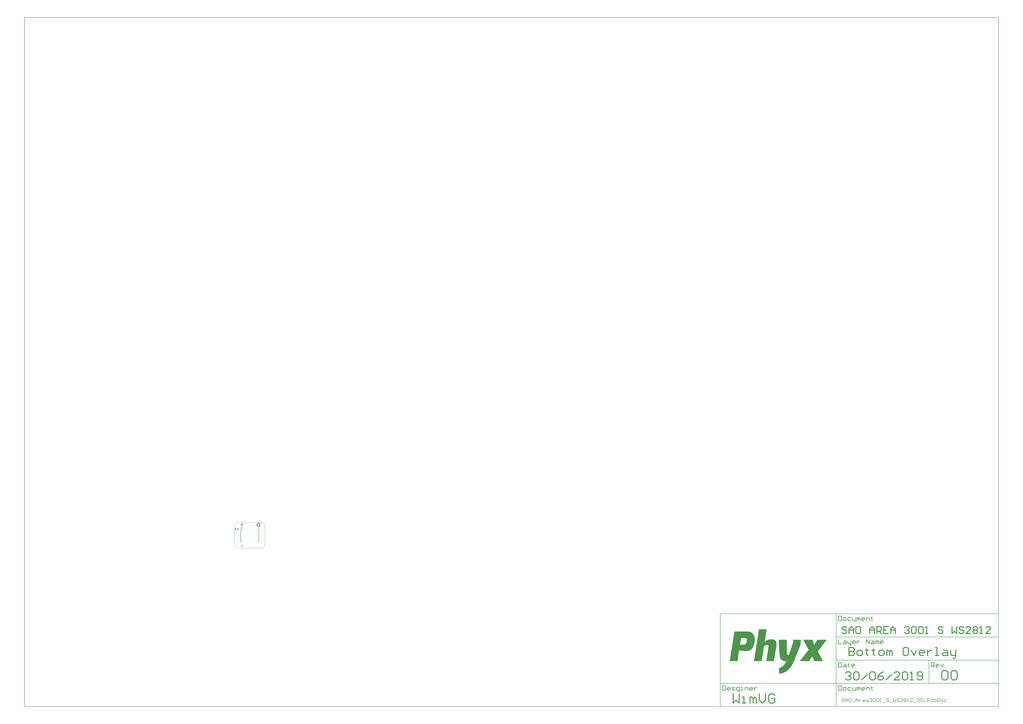
<source format=gbo>
G04*
G04 #@! TF.GenerationSoftware,Altium Limited,Altium Designer,18.1.11 (251)*
G04*
G04 Layer_Color=32896*
%FSLAX25Y25*%
%MOIN*%
G70*
G01*
G75*
%ADD11C,0.00591*%
%ADD12C,0.01575*%
%ADD15C,0.00394*%
%ADD16C,0.00787*%
%ADD17C,0.00984*%
%ADD30C,0.00600*%
G36*
X12886Y40525D02*
X14366D01*
Y39482D01*
X12886D01*
Y38030D01*
X11783D01*
Y39482D01*
X10298D01*
Y40525D01*
X11783D01*
Y41978D01*
X12886D01*
Y40525D01*
D02*
G37*
G36*
X43304Y36519D02*
X40585D01*
X40404Y36525D01*
X40230Y36536D01*
X40060Y36552D01*
X39902Y36579D01*
X39749Y36606D01*
X39607Y36639D01*
X39476Y36672D01*
X39356Y36705D01*
X39247Y36737D01*
X39149Y36776D01*
X39061Y36803D01*
X38990Y36830D01*
X38936Y36858D01*
X38892Y36874D01*
X38870Y36885D01*
X38859Y36890D01*
X38723Y36961D01*
X38592Y37043D01*
X38472Y37125D01*
X38362Y37212D01*
X38259Y37294D01*
X38160Y37382D01*
X38073Y37469D01*
X37997Y37551D01*
X37926Y37628D01*
X37866Y37704D01*
X37816Y37764D01*
X37773Y37824D01*
X37740Y37868D01*
X37718Y37906D01*
X37702Y37928D01*
X37696Y37933D01*
X37625Y38064D01*
X37560Y38195D01*
X37505Y38332D01*
X37456Y38468D01*
X37418Y38599D01*
X37385Y38730D01*
X37352Y38856D01*
X37330Y38976D01*
X37314Y39091D01*
X37303Y39189D01*
X37292Y39282D01*
X37287Y39358D01*
X37281Y39424D01*
Y39473D01*
Y39500D01*
Y39511D01*
X37287Y39675D01*
X37298Y39833D01*
X37320Y39986D01*
X37347Y40134D01*
X37380Y40270D01*
X37412Y40401D01*
X37451Y40521D01*
X37489Y40630D01*
X37527Y40729D01*
X37565Y40816D01*
X37598Y40892D01*
X37631Y40958D01*
X37658Y41013D01*
X37680Y41045D01*
X37691Y41073D01*
X37696Y41078D01*
X37778Y41204D01*
X37866Y41318D01*
X37958Y41428D01*
X38051Y41526D01*
X38149Y41624D01*
X38248Y41706D01*
X38341Y41788D01*
X38433Y41859D01*
X38521Y41919D01*
X38603Y41974D01*
X38674Y42017D01*
X38734Y42055D01*
X38788Y42088D01*
X38827Y42110D01*
X38848Y42121D01*
X38859Y42127D01*
X39001Y42192D01*
X39149Y42252D01*
X39296Y42301D01*
X39443Y42345D01*
X39591Y42383D01*
X39733Y42410D01*
X39869Y42438D01*
X40000Y42454D01*
X40126Y42470D01*
X40235Y42481D01*
X40334Y42492D01*
X40421Y42498D01*
X40492Y42503D01*
X43304D01*
Y36519D01*
D02*
G37*
G36*
X4702Y33835D02*
X4815Y33827D01*
X4920Y33813D01*
X5022Y33798D01*
X5120Y33776D01*
X5211Y33755D01*
X5295Y33729D01*
X5375Y33707D01*
X5448Y33682D01*
X5510Y33656D01*
X5565Y33634D01*
X5612Y33613D01*
X5648Y33598D01*
X5677Y33584D01*
X5692Y33576D01*
X5699Y33573D01*
X5790Y33522D01*
X5874Y33467D01*
X5954Y33409D01*
X6027Y33347D01*
X6096Y33285D01*
X6162Y33223D01*
X6220Y33165D01*
X6271Y33107D01*
X6318Y33052D01*
X6358Y33001D01*
X6394Y32954D01*
X6424Y32914D01*
X6445Y32885D01*
X6460Y32859D01*
X6471Y32844D01*
X6475Y32837D01*
X6526Y32750D01*
X6566Y32655D01*
X6606Y32564D01*
X6635Y32473D01*
X6664Y32382D01*
X6686Y32295D01*
X6704Y32211D01*
X6718Y32131D01*
X6733Y32058D01*
X6740Y31989D01*
X6747Y31931D01*
X6751Y31876D01*
Y31836D01*
X6755Y31804D01*
Y31785D01*
Y31778D01*
X6751Y31669D01*
X6744Y31563D01*
X6729Y31458D01*
X6711Y31359D01*
X6689Y31268D01*
X6667Y31181D01*
X6642Y31097D01*
X6613Y31021D01*
X6587Y30955D01*
X6562Y30893D01*
X6540Y30839D01*
X6518Y30795D01*
X6500Y30759D01*
X6485Y30733D01*
X6478Y30719D01*
X6475Y30711D01*
X6420Y30628D01*
X6358Y30544D01*
X6296Y30471D01*
X6234Y30398D01*
X6169Y30333D01*
X6103Y30275D01*
X6041Y30220D01*
X5979Y30169D01*
X5921Y30125D01*
X5870Y30089D01*
X5823Y30056D01*
X5779Y30027D01*
X5746Y30009D01*
X5721Y29991D01*
X5706Y29983D01*
X5699Y29980D01*
X5605Y29932D01*
X5510Y29893D01*
X5415Y29860D01*
X5317Y29827D01*
X5222Y29801D01*
X5131Y29783D01*
X5044Y29765D01*
X4960Y29750D01*
X4884Y29740D01*
X4815Y29732D01*
X4753Y29725D01*
X4698Y29721D01*
X4654D01*
X4622Y29718D01*
X4596D01*
X4502Y29721D01*
X4407Y29725D01*
X4316Y29736D01*
X4229Y29747D01*
X4149Y29758D01*
X4069Y29776D01*
X3999Y29791D01*
X3930Y29809D01*
X3872Y29823D01*
X3817Y29842D01*
X3770Y29856D01*
X3730Y29867D01*
X3701Y29882D01*
X3675Y29889D01*
X3661Y29893D01*
X3657Y29896D01*
X3581Y29932D01*
X3504Y29973D01*
X3435Y30013D01*
X3370Y30056D01*
X3304Y30100D01*
X3246Y30144D01*
X3191Y30187D01*
X3144Y30227D01*
X3100Y30267D01*
X3060Y30304D01*
X3027Y30337D01*
X2998Y30366D01*
X2977Y30391D01*
X2962Y30409D01*
X2951Y30420D01*
X2947Y30424D01*
X3541Y30974D01*
X3617Y30890D01*
X3701Y30817D01*
X3785Y30755D01*
X3868Y30701D01*
X3952Y30653D01*
X4036Y30617D01*
X4116Y30584D01*
X4196Y30559D01*
X4269Y30540D01*
X4334Y30526D01*
X4392Y30515D01*
X4443Y30508D01*
X4487Y30504D01*
X4520Y30500D01*
X4545D01*
X4614Y30504D01*
X4680Y30508D01*
X4804Y30526D01*
X4862Y30537D01*
X4917Y30551D01*
X4968Y30566D01*
X5015Y30580D01*
X5059Y30595D01*
X5095Y30610D01*
X5128Y30624D01*
X5157Y30635D01*
X5179Y30646D01*
X5193Y30653D01*
X5204Y30661D01*
X5208D01*
X5310Y30726D01*
X5401Y30803D01*
X5477Y30875D01*
X5543Y30948D01*
X5594Y31014D01*
X5612Y31043D01*
X5630Y31068D01*
X5641Y31086D01*
X5652Y31105D01*
X5655Y31112D01*
X5659Y31115D01*
X5688Y31170D01*
X5714Y31228D01*
X5754Y31341D01*
X5783Y31454D01*
X5801Y31556D01*
X5808Y31603D01*
X5816Y31647D01*
X5819Y31683D01*
Y31716D01*
X5823Y31742D01*
Y31760D01*
Y31774D01*
Y31778D01*
X5819Y31847D01*
X5816Y31913D01*
X5798Y32037D01*
X5787Y32095D01*
X5772Y32149D01*
X5757Y32200D01*
X5739Y32244D01*
X5725Y32288D01*
X5710Y32324D01*
X5696Y32357D01*
X5685Y32386D01*
X5674Y32408D01*
X5666Y32422D01*
X5659Y32433D01*
Y32437D01*
X5594Y32539D01*
X5521Y32630D01*
X5444Y32706D01*
X5372Y32772D01*
X5306Y32823D01*
X5281Y32841D01*
X5255Y32859D01*
X5237Y32870D01*
X5219Y32881D01*
X5211Y32888D01*
X5208D01*
X5153Y32917D01*
X5095Y32943D01*
X4982Y32983D01*
X4869Y33012D01*
X4767Y33030D01*
X4720Y33037D01*
X4676Y33045D01*
X4640Y33048D01*
X4607D01*
X4582Y33052D01*
X4545D01*
X4436Y33048D01*
X4331Y33034D01*
X4229Y33008D01*
X4134Y32979D01*
X4047Y32943D01*
X3963Y32906D01*
X3887Y32863D01*
X3817Y32819D01*
X3755Y32775D01*
X3701Y32735D01*
X3653Y32695D01*
X3613Y32659D01*
X3581Y32630D01*
X3559Y32608D01*
X3544Y32590D01*
X3541Y32586D01*
X2947Y33132D01*
X3002Y33194D01*
X3060Y33252D01*
X3118Y33307D01*
X3180Y33358D01*
X3239Y33405D01*
X3297Y33449D01*
X3355Y33489D01*
X3410Y33522D01*
X3461Y33554D01*
X3504Y33580D01*
X3548Y33605D01*
X3584Y33623D01*
X3613Y33638D01*
X3635Y33649D01*
X3650Y33653D01*
X3653Y33656D01*
X3734Y33689D01*
X3814Y33718D01*
X3894Y33740D01*
X3977Y33762D01*
X4134Y33795D01*
X4207Y33806D01*
X4280Y33816D01*
X4345Y33824D01*
X4403Y33827D01*
X4458Y33835D01*
X4502D01*
X4538Y33838D01*
X4589D01*
X4702Y33835D01*
D02*
G37*
G36*
X2762Y33030D02*
X1961D01*
Y29783D01*
X1040D01*
Y33773D01*
X2762D01*
Y33030D01*
D02*
G37*
G36*
X13345Y2883D02*
X10926D01*
Y3953D01*
X13345D01*
Y2883D01*
D02*
G37*
G36*
X1005337Y-155808D02*
X1005050D01*
Y-156094D01*
X1004764D01*
Y-156380D01*
Y-156667D01*
X1004478D01*
Y-156953D01*
X1004192D01*
Y-157239D01*
X1003905D01*
Y-157526D01*
Y-157812D01*
X1003619D01*
Y-158098D01*
X1003333D01*
Y-158385D01*
X1003046D01*
Y-158671D01*
X1002760D01*
Y-158957D01*
Y-159244D01*
X1002474D01*
Y-159530D01*
X1002187D01*
Y-159816D01*
X1001901D01*
Y-160102D01*
Y-160389D01*
X1001615D01*
Y-160675D01*
X1001328D01*
Y-160961D01*
X1001042D01*
Y-161248D01*
X1000756D01*
Y-161534D01*
Y-161820D01*
X1000469D01*
Y-162107D01*
X1000183D01*
Y-162393D01*
X999897D01*
Y-162679D01*
Y-162966D01*
X999611D01*
Y-163252D01*
X999324D01*
Y-163538D01*
X999038D01*
Y-163824D01*
Y-164111D01*
X998752D01*
Y-164397D01*
X998465D01*
Y-164683D01*
X998179D01*
Y-164970D01*
X997893D01*
Y-165256D01*
Y-165542D01*
X997606D01*
Y-165829D01*
X997320D01*
Y-166115D01*
X997034D01*
Y-166401D01*
Y-166688D01*
X996747D01*
Y-166974D01*
X996461D01*
Y-167260D01*
X996175D01*
Y-167547D01*
Y-167833D01*
X995889D01*
Y-168119D01*
X995602D01*
Y-168405D01*
X995316D01*
Y-168692D01*
X995030D01*
Y-168978D01*
Y-169264D01*
X994743D01*
Y-169551D01*
X994457D01*
Y-169837D01*
X994171D01*
Y-170123D01*
Y-170410D01*
X993884D01*
Y-170696D01*
X993598D01*
Y-170982D01*
X993312D01*
Y-171269D01*
Y-171555D01*
X993025D01*
Y-171841D01*
X992739D01*
Y-172127D01*
X992453D01*
Y-172414D01*
X992166D01*
Y-172700D01*
Y-172986D01*
X991880D01*
Y-173273D01*
X991594D01*
Y-173559D01*
X991308D01*
Y-173845D01*
Y-174132D01*
X991021D01*
Y-174418D01*
X990735D01*
Y-174704D01*
X990449D01*
Y-174991D01*
X990162D01*
Y-175277D01*
Y-175563D01*
X990449D01*
Y-175850D01*
Y-176136D01*
X990735D01*
Y-176422D01*
Y-176709D01*
X991021D01*
Y-176995D01*
X991308D01*
Y-177281D01*
Y-177568D01*
X991594D01*
Y-177854D01*
Y-178140D01*
X991880D01*
Y-178426D01*
Y-178713D01*
X992166D01*
Y-178999D01*
Y-179285D01*
X992453D01*
Y-179572D01*
Y-179858D01*
X992739D01*
Y-180144D01*
Y-180431D01*
X993025D01*
Y-180717D01*
Y-181003D01*
X993312D01*
Y-181290D01*
Y-181576D01*
X993598D01*
Y-181862D01*
X993884D01*
Y-182149D01*
Y-182435D01*
X994171D01*
Y-182721D01*
Y-183007D01*
X994457D01*
Y-183294D01*
Y-183580D01*
X994743D01*
Y-183866D01*
Y-184153D01*
X995030D01*
Y-184439D01*
Y-184725D01*
X995316D01*
Y-185012D01*
Y-185298D01*
X995602D01*
Y-185584D01*
Y-185871D01*
X995889D01*
Y-186157D01*
X996175D01*
Y-186443D01*
Y-186730D01*
X996461D01*
Y-187016D01*
Y-187302D01*
X996747D01*
Y-187588D01*
Y-187875D01*
X997034D01*
Y-188161D01*
Y-188447D01*
X997320D01*
Y-188734D01*
Y-189020D01*
X997606D01*
Y-189306D01*
Y-189593D01*
X997893D01*
Y-189879D01*
Y-190165D01*
X998179D01*
Y-190452D01*
X998465D01*
Y-190738D01*
Y-191024D01*
X998752D01*
Y-191311D01*
Y-191597D01*
X999038D01*
Y-191883D01*
X983863D01*
Y-191597D01*
X983577D01*
Y-191311D01*
Y-191024D01*
Y-190738D01*
X983291D01*
Y-190452D01*
Y-190165D01*
Y-189879D01*
X983004D01*
Y-189593D01*
Y-189306D01*
X982718D01*
Y-189020D01*
Y-188734D01*
Y-188447D01*
X982432D01*
Y-188161D01*
Y-187875D01*
Y-187588D01*
X982146D01*
Y-187302D01*
Y-187016D01*
X981859D01*
Y-186730D01*
Y-186443D01*
Y-186157D01*
X981573D01*
Y-185871D01*
Y-185584D01*
Y-185298D01*
X981287D01*
Y-185012D01*
Y-184725D01*
Y-184439D01*
X981000D01*
Y-184153D01*
X980428D01*
Y-184439D01*
Y-184725D01*
X980141D01*
Y-185012D01*
X979855D01*
Y-185298D01*
Y-185584D01*
X979569D01*
Y-185871D01*
X979282D01*
Y-186157D01*
Y-186443D01*
X978996D01*
Y-186730D01*
X978710D01*
Y-187016D01*
Y-187302D01*
X978423D01*
Y-187588D01*
X978137D01*
Y-187875D01*
X977851D01*
Y-188161D01*
Y-188447D01*
X977565D01*
Y-188734D01*
X977278D01*
Y-189020D01*
Y-189306D01*
X976992D01*
Y-189593D01*
X976705D01*
Y-189879D01*
Y-190165D01*
X976419D01*
Y-190452D01*
X976133D01*
Y-190738D01*
Y-191024D01*
X975847D01*
Y-191311D01*
X975560D01*
Y-191597D01*
Y-191883D01*
X959527D01*
Y-191597D01*
X959813D01*
Y-191311D01*
X960099D01*
Y-191024D01*
X960386D01*
Y-190738D01*
X960672D01*
Y-190452D01*
Y-190165D01*
X960958D01*
Y-189879D01*
X961245D01*
Y-189593D01*
X961531D01*
Y-189306D01*
X961817D01*
Y-189020D01*
Y-188734D01*
X962104D01*
Y-188447D01*
X962390D01*
Y-188161D01*
X962676D01*
Y-187875D01*
Y-187588D01*
X962963D01*
Y-187302D01*
X963249D01*
Y-187016D01*
X963535D01*
Y-186730D01*
X963822D01*
Y-186443D01*
Y-186157D01*
X964108D01*
Y-185871D01*
X964394D01*
Y-185584D01*
X964680D01*
Y-185298D01*
X964967D01*
Y-185012D01*
Y-184725D01*
X965253D01*
Y-184439D01*
X965539D01*
Y-184153D01*
X965826D01*
Y-183866D01*
Y-183580D01*
X966112D01*
Y-183294D01*
X966398D01*
Y-183007D01*
X966685D01*
Y-182721D01*
X966971D01*
Y-182435D01*
Y-182149D01*
X967257D01*
Y-181862D01*
X967544D01*
Y-181576D01*
X967830D01*
Y-181290D01*
Y-181003D01*
X968116D01*
Y-180717D01*
X968402D01*
Y-180431D01*
X968689D01*
Y-180144D01*
X968975D01*
Y-179858D01*
Y-179572D01*
X969261D01*
Y-179285D01*
X969548D01*
Y-178999D01*
X969834D01*
Y-178713D01*
Y-178426D01*
X970120D01*
Y-178140D01*
X970407D01*
Y-177854D01*
X970693D01*
Y-177568D01*
X970979D01*
Y-177281D01*
Y-176995D01*
X971266D01*
Y-176709D01*
X971552D01*
Y-176422D01*
X971838D01*
Y-176136D01*
X972124D01*
Y-175850D01*
Y-175563D01*
X972411D01*
Y-175277D01*
X972697D01*
Y-174991D01*
X972983D01*
Y-174704D01*
Y-174418D01*
X973270D01*
Y-174132D01*
X973556D01*
Y-173845D01*
X973842D01*
Y-173559D01*
X974129D01*
Y-173273D01*
Y-172986D01*
X974415D01*
Y-172700D01*
Y-172414D01*
Y-172127D01*
X974129D01*
Y-171841D01*
X973842D01*
Y-171555D01*
Y-171269D01*
X973556D01*
Y-170982D01*
Y-170696D01*
X973270D01*
Y-170410D01*
Y-170123D01*
X972983D01*
Y-169837D01*
Y-169551D01*
X972697D01*
Y-169264D01*
Y-168978D01*
X972411D01*
Y-168692D01*
Y-168405D01*
X972124D01*
Y-168119D01*
X971838D01*
Y-167833D01*
Y-167547D01*
X971552D01*
Y-167260D01*
Y-166974D01*
X971266D01*
Y-166688D01*
Y-166401D01*
X970979D01*
Y-166115D01*
Y-165829D01*
X970693D01*
Y-165542D01*
Y-165256D01*
X970407D01*
Y-164970D01*
Y-164683D01*
X970120D01*
Y-164397D01*
X969834D01*
Y-164111D01*
Y-163824D01*
X969548D01*
Y-163538D01*
Y-163252D01*
X969261D01*
Y-162966D01*
Y-162679D01*
X968975D01*
Y-162393D01*
Y-162107D01*
X968689D01*
Y-161820D01*
Y-161534D01*
X968402D01*
Y-161248D01*
Y-160961D01*
X968116D01*
Y-160675D01*
Y-160389D01*
X967830D01*
Y-160102D01*
X967544D01*
Y-159816D01*
Y-159530D01*
X967257D01*
Y-159244D01*
Y-158957D01*
X966971D01*
Y-158671D01*
Y-158385D01*
X966685D01*
Y-158098D01*
Y-157812D01*
X966398D01*
Y-157526D01*
Y-157239D01*
X966112D01*
Y-156953D01*
Y-156667D01*
X965826D01*
Y-156380D01*
X965539D01*
Y-156094D01*
Y-155808D01*
X965253D01*
Y-155521D01*
X981000D01*
Y-155808D01*
X981287D01*
Y-156094D01*
Y-156380D01*
Y-156667D01*
X981573D01*
Y-156953D01*
Y-157239D01*
Y-157526D01*
X981859D01*
Y-157812D01*
Y-158098D01*
Y-158385D01*
X982146D01*
Y-158671D01*
Y-158957D01*
Y-159244D01*
X982432D01*
Y-159530D01*
Y-159816D01*
Y-160102D01*
X982718D01*
Y-160389D01*
Y-160675D01*
Y-160961D01*
X983004D01*
Y-161248D01*
Y-161534D01*
Y-161820D01*
X983291D01*
Y-162107D01*
Y-162393D01*
Y-162679D01*
X983577D01*
Y-162966D01*
Y-163252D01*
Y-163538D01*
Y-163824D01*
X984150D01*
Y-163538D01*
X984436D01*
Y-163252D01*
X984722D01*
Y-162966D01*
Y-162679D01*
X985009D01*
Y-162393D01*
X985295D01*
Y-162107D01*
Y-161820D01*
X985581D01*
Y-161534D01*
X985868D01*
Y-161248D01*
Y-160961D01*
X986154D01*
Y-160675D01*
X986440D01*
Y-160389D01*
Y-160102D01*
X986726D01*
Y-159816D01*
X987013D01*
Y-159530D01*
Y-159244D01*
X987299D01*
Y-158957D01*
X987585D01*
Y-158671D01*
Y-158385D01*
X987872D01*
Y-158098D01*
X988158D01*
Y-157812D01*
Y-157526D01*
X988444D01*
Y-157239D01*
X988731D01*
Y-156953D01*
Y-156667D01*
X989017D01*
Y-156380D01*
X989303D01*
Y-156094D01*
Y-155808D01*
X989590D01*
Y-155521D01*
X1005337D01*
Y-155808D01*
D02*
G37*
G36*
X872201Y-141778D02*
X873919D01*
Y-142065D01*
X874778D01*
Y-142351D01*
X875637D01*
Y-142637D01*
X876496D01*
Y-142924D01*
X877069D01*
Y-143210D01*
X877355D01*
Y-143496D01*
X877928D01*
Y-143783D01*
X878214D01*
Y-144069D01*
X878786D01*
Y-144355D01*
X879073D01*
Y-144641D01*
X879359D01*
Y-144928D01*
X879646D01*
Y-145214D01*
X879932D01*
Y-145501D01*
X880218D01*
Y-145787D01*
X880504D01*
Y-146073D01*
Y-146359D01*
X880791D01*
Y-146646D01*
X881077D01*
Y-146932D01*
Y-147218D01*
X881363D01*
Y-147505D01*
X881650D01*
Y-147791D01*
Y-148077D01*
X881936D01*
Y-148364D01*
Y-148650D01*
Y-148936D01*
X882222D01*
Y-149223D01*
Y-149509D01*
Y-149795D01*
X882509D01*
Y-150082D01*
Y-150368D01*
Y-150654D01*
Y-150940D01*
X882795D01*
Y-151227D01*
Y-151513D01*
Y-151799D01*
Y-152086D01*
Y-152372D01*
X883081D01*
Y-152658D01*
Y-152945D01*
Y-153231D01*
Y-153517D01*
Y-153804D01*
Y-154090D01*
Y-154376D01*
Y-154663D01*
Y-154949D01*
Y-155235D01*
Y-155521D01*
Y-155808D01*
Y-156094D01*
Y-156380D01*
Y-156667D01*
Y-156953D01*
Y-157239D01*
Y-157526D01*
Y-157812D01*
Y-158098D01*
X882795D01*
Y-158385D01*
Y-158671D01*
Y-158957D01*
Y-159244D01*
Y-159530D01*
Y-159816D01*
Y-160102D01*
X882509D01*
Y-160389D01*
Y-160675D01*
Y-160961D01*
Y-161248D01*
Y-161534D01*
X882222D01*
Y-161820D01*
Y-162107D01*
Y-162393D01*
Y-162679D01*
Y-162966D01*
X881936D01*
Y-163252D01*
Y-163538D01*
Y-163824D01*
X881650D01*
Y-164111D01*
Y-164397D01*
Y-164683D01*
Y-164970D01*
X881363D01*
Y-165256D01*
Y-165542D01*
Y-165829D01*
X881077D01*
Y-166115D01*
Y-166401D01*
X880791D01*
Y-166688D01*
Y-166974D01*
Y-167260D01*
X880504D01*
Y-167547D01*
Y-167833D01*
X880218D01*
Y-168119D01*
Y-168405D01*
X879932D01*
Y-168692D01*
Y-168978D01*
X879646D01*
Y-169264D01*
X879359D01*
Y-169551D01*
Y-169837D01*
X879073D01*
Y-170123D01*
X878786D01*
Y-170410D01*
X878500D01*
Y-170696D01*
Y-170982D01*
X878214D01*
Y-171269D01*
X877928D01*
Y-171555D01*
X877641D01*
Y-171841D01*
X877355D01*
Y-172127D01*
X877069D01*
Y-172414D01*
X876496D01*
Y-172700D01*
X876210D01*
Y-172986D01*
X875637D01*
Y-173273D01*
X875351D01*
Y-173559D01*
X874778D01*
Y-173845D01*
X873919D01*
Y-174132D01*
X873060D01*
Y-174418D01*
X872201D01*
Y-174704D01*
X870483D01*
Y-174991D01*
X865330D01*
Y-174704D01*
X862753D01*
Y-174418D01*
X860749D01*
Y-174132D01*
X859317D01*
Y-173845D01*
X857886D01*
Y-173559D01*
X856454D01*
Y-173845D01*
Y-174132D01*
Y-174418D01*
Y-174704D01*
Y-174991D01*
Y-175277D01*
Y-175563D01*
X856168D01*
Y-175850D01*
Y-176136D01*
Y-176422D01*
Y-176709D01*
Y-176995D01*
Y-177281D01*
X855882D01*
Y-177568D01*
Y-177854D01*
Y-178140D01*
Y-178426D01*
Y-178713D01*
Y-178999D01*
X855595D01*
Y-179285D01*
Y-179572D01*
Y-179858D01*
Y-180144D01*
Y-180431D01*
Y-180717D01*
Y-181003D01*
X855309D01*
Y-181290D01*
Y-181576D01*
Y-181862D01*
Y-182149D01*
Y-182435D01*
Y-182721D01*
X855023D01*
Y-183007D01*
Y-183294D01*
Y-183580D01*
Y-183866D01*
Y-184153D01*
Y-184439D01*
X854736D01*
Y-184725D01*
Y-185012D01*
Y-185298D01*
Y-185584D01*
Y-185871D01*
Y-186157D01*
Y-186443D01*
X854450D01*
Y-186730D01*
Y-187016D01*
Y-187302D01*
Y-187588D01*
Y-187875D01*
Y-188161D01*
X854164D01*
Y-188447D01*
Y-188734D01*
Y-189020D01*
Y-189306D01*
Y-189593D01*
Y-189879D01*
X853877D01*
Y-190165D01*
Y-190452D01*
Y-190738D01*
Y-191024D01*
Y-191311D01*
Y-191597D01*
Y-191883D01*
X840421D01*
Y-191597D01*
X840707D01*
Y-191311D01*
Y-191024D01*
Y-190738D01*
Y-190452D01*
Y-190165D01*
X840993D01*
Y-189879D01*
Y-189593D01*
Y-189306D01*
Y-189020D01*
Y-188734D01*
Y-188447D01*
Y-188161D01*
X841280D01*
Y-187875D01*
Y-187588D01*
Y-187302D01*
Y-187016D01*
Y-186730D01*
Y-186443D01*
X841566D01*
Y-186157D01*
Y-185871D01*
Y-185584D01*
Y-185298D01*
Y-185012D01*
Y-184725D01*
X841852D01*
Y-184439D01*
Y-184153D01*
Y-183866D01*
Y-183580D01*
Y-183294D01*
Y-183007D01*
Y-182721D01*
X842138D01*
Y-182435D01*
Y-182149D01*
Y-181862D01*
Y-181576D01*
Y-181290D01*
Y-181003D01*
X842425D01*
Y-180717D01*
Y-180431D01*
Y-180144D01*
Y-179858D01*
Y-179572D01*
Y-179285D01*
X842711D01*
Y-178999D01*
Y-178713D01*
Y-178426D01*
Y-178140D01*
Y-177854D01*
Y-177568D01*
X842997D01*
Y-177281D01*
Y-176995D01*
Y-176709D01*
Y-176422D01*
Y-176136D01*
Y-175850D01*
Y-175563D01*
X843284D01*
Y-175277D01*
Y-174991D01*
Y-174704D01*
Y-174418D01*
Y-174132D01*
Y-173845D01*
X843570D01*
Y-173559D01*
Y-173273D01*
Y-172986D01*
Y-172700D01*
Y-172414D01*
Y-172127D01*
X843856D01*
Y-171841D01*
Y-171555D01*
Y-171269D01*
Y-170982D01*
Y-170696D01*
Y-170410D01*
X844143D01*
Y-170123D01*
Y-169837D01*
Y-169551D01*
Y-169264D01*
Y-168978D01*
Y-168692D01*
Y-168405D01*
X844429D01*
Y-168119D01*
Y-167833D01*
Y-167547D01*
Y-167260D01*
Y-166974D01*
Y-166688D01*
X844715D01*
Y-166401D01*
Y-166115D01*
Y-165829D01*
Y-165542D01*
Y-165256D01*
Y-164970D01*
X845002D01*
Y-164683D01*
Y-164397D01*
Y-164111D01*
Y-163824D01*
Y-163538D01*
Y-163252D01*
Y-162966D01*
X845288D01*
Y-162679D01*
Y-162393D01*
Y-162107D01*
Y-161820D01*
Y-161534D01*
Y-161248D01*
X845574D01*
Y-160961D01*
Y-160675D01*
Y-160389D01*
Y-160102D01*
Y-159816D01*
Y-159530D01*
X845861D01*
Y-159244D01*
Y-158957D01*
Y-158671D01*
Y-158385D01*
Y-158098D01*
Y-157812D01*
X846147D01*
Y-157526D01*
Y-157239D01*
Y-156953D01*
Y-156667D01*
Y-156380D01*
Y-156094D01*
Y-155808D01*
X846433D01*
Y-155521D01*
Y-155235D01*
Y-154949D01*
Y-154663D01*
Y-154376D01*
Y-154090D01*
X846719D01*
Y-153804D01*
Y-153517D01*
Y-153231D01*
Y-152945D01*
Y-152658D01*
Y-152372D01*
X847006D01*
Y-152086D01*
Y-151799D01*
Y-151513D01*
Y-151227D01*
Y-150940D01*
Y-150654D01*
Y-150368D01*
X847292D01*
Y-150082D01*
Y-149795D01*
Y-149509D01*
Y-149223D01*
Y-148936D01*
Y-148650D01*
X847578D01*
Y-148364D01*
Y-148077D01*
Y-147791D01*
Y-147505D01*
Y-147218D01*
Y-146932D01*
X847865D01*
Y-146646D01*
Y-146359D01*
Y-146073D01*
Y-145787D01*
Y-145501D01*
Y-145214D01*
Y-144928D01*
X848151D01*
Y-144641D01*
Y-144355D01*
Y-144069D01*
Y-143783D01*
Y-143496D01*
Y-143210D01*
X848437D01*
Y-142924D01*
Y-142637D01*
Y-142351D01*
Y-142065D01*
Y-141778D01*
Y-141492D01*
X872201D01*
Y-141778D01*
D02*
G37*
G36*
X961245Y-155808D02*
Y-156094D01*
Y-156380D01*
Y-156667D01*
Y-156953D01*
Y-157239D01*
Y-157526D01*
Y-157812D01*
Y-158098D01*
Y-158385D01*
Y-158671D01*
Y-158957D01*
Y-159244D01*
Y-159530D01*
Y-159816D01*
Y-160102D01*
Y-160389D01*
Y-160675D01*
Y-160961D01*
Y-161248D01*
Y-161534D01*
X960958D01*
Y-161820D01*
Y-162107D01*
Y-162393D01*
Y-162679D01*
Y-162966D01*
X960672D01*
Y-163252D01*
Y-163538D01*
Y-163824D01*
Y-164111D01*
X960386D01*
Y-164397D01*
Y-164683D01*
Y-164970D01*
Y-165256D01*
X960099D01*
Y-165542D01*
Y-165829D01*
Y-166115D01*
X959813D01*
Y-166401D01*
Y-166688D01*
Y-166974D01*
X959527D01*
Y-167260D01*
Y-167547D01*
Y-167833D01*
X959241D01*
Y-168119D01*
Y-168405D01*
Y-168692D01*
X958954D01*
Y-168978D01*
Y-169264D01*
X958668D01*
Y-169551D01*
Y-169837D01*
X958381D01*
Y-170123D01*
Y-170410D01*
Y-170696D01*
X958095D01*
Y-170982D01*
Y-171269D01*
X957809D01*
Y-171555D01*
Y-171841D01*
Y-172127D01*
X957523D01*
Y-172414D01*
Y-172700D01*
X957236D01*
Y-172986D01*
Y-173273D01*
Y-173559D01*
X956950D01*
Y-173845D01*
Y-174132D01*
X956664D01*
Y-174418D01*
Y-174704D01*
Y-174991D01*
X956377D01*
Y-175277D01*
Y-175563D01*
X956091D01*
Y-175850D01*
Y-176136D01*
Y-176422D01*
X955805D01*
Y-176709D01*
Y-176995D01*
X955518D01*
Y-177281D01*
Y-177568D01*
Y-177854D01*
X955232D01*
Y-178140D01*
Y-178426D01*
X954946D01*
Y-178713D01*
Y-178999D01*
Y-179285D01*
X954659D01*
Y-179572D01*
Y-179858D01*
X954373D01*
Y-180144D01*
Y-180431D01*
Y-180717D01*
X954087D01*
Y-181003D01*
Y-181290D01*
X953800D01*
Y-181576D01*
Y-181862D01*
Y-182149D01*
X953514D01*
Y-182435D01*
Y-182721D01*
X953228D01*
Y-183007D01*
Y-183294D01*
Y-183580D01*
X952942D01*
Y-183866D01*
Y-184153D01*
X952655D01*
Y-184439D01*
Y-184725D01*
Y-185012D01*
X952369D01*
Y-185298D01*
Y-185584D01*
X952083D01*
Y-185871D01*
Y-186157D01*
Y-186443D01*
X951796D01*
Y-186730D01*
Y-187016D01*
X951510D01*
Y-187302D01*
Y-187588D01*
Y-187875D01*
X951224D01*
Y-188161D01*
Y-188447D01*
X950937D01*
Y-188734D01*
Y-189020D01*
Y-189306D01*
X950651D01*
Y-189593D01*
Y-189879D01*
X950365D01*
Y-190165D01*
Y-190452D01*
Y-190738D01*
X950078D01*
Y-191024D01*
Y-191311D01*
X949792D01*
Y-191597D01*
Y-191883D01*
Y-192169D01*
X949506D01*
Y-192456D01*
Y-192742D01*
X949220D01*
Y-193028D01*
Y-193315D01*
X948933D01*
Y-193601D01*
Y-193887D01*
X948647D01*
Y-194174D01*
Y-194460D01*
Y-194746D01*
X948361D01*
Y-195033D01*
X948074D01*
Y-195319D01*
Y-195605D01*
Y-195891D01*
X947788D01*
Y-196178D01*
X947502D01*
Y-196464D01*
Y-196750D01*
X947215D01*
Y-197037D01*
Y-197323D01*
X946929D01*
Y-197609D01*
Y-197896D01*
X946643D01*
Y-198182D01*
Y-198468D01*
X946356D01*
Y-198755D01*
X946070D01*
Y-199041D01*
Y-199327D01*
X945784D01*
Y-199614D01*
Y-199900D01*
X945497D01*
Y-200186D01*
X945211D01*
Y-200472D01*
X944925D01*
Y-200759D01*
Y-201045D01*
X944639D01*
Y-201331D01*
X944352D01*
Y-201618D01*
Y-201904D01*
X944066D01*
Y-202190D01*
X943780D01*
Y-202477D01*
X943493D01*
Y-202763D01*
Y-203049D01*
X943207D01*
Y-203336D01*
X942921D01*
Y-203622D01*
X942634D01*
Y-203908D01*
X942348D01*
Y-204195D01*
X942062D01*
Y-204481D01*
Y-204767D01*
X941775D01*
Y-205053D01*
X941489D01*
Y-205340D01*
X941203D01*
Y-205626D01*
X940916D01*
Y-205912D01*
X940630D01*
Y-206199D01*
X940344D01*
Y-206485D01*
X940057D01*
Y-206771D01*
X939485D01*
Y-207058D01*
X939199D01*
Y-207344D01*
X938912D01*
Y-207630D01*
X938626D01*
Y-207917D01*
X938340D01*
Y-208203D01*
X937767D01*
Y-208489D01*
X937481D01*
Y-208776D01*
X936908D01*
Y-209062D01*
X936622D01*
Y-209348D01*
X936049D01*
Y-209634D01*
X935763D01*
Y-209921D01*
X935190D01*
Y-210207D01*
X934618D01*
Y-210493D01*
X934045D01*
Y-210780D01*
X933472D01*
Y-211066D01*
X932900D01*
Y-211352D01*
X932041D01*
Y-211639D01*
X931468D01*
Y-211925D01*
X930609D01*
Y-212211D01*
X929464D01*
Y-212498D01*
X928319D01*
Y-212784D01*
X926601D01*
Y-213070D01*
X924597D01*
Y-213357D01*
X924310D01*
Y-213070D01*
Y-212784D01*
Y-212498D01*
Y-212211D01*
Y-211925D01*
Y-211639D01*
Y-211352D01*
Y-211066D01*
Y-210780D01*
Y-210493D01*
Y-210207D01*
Y-209921D01*
Y-209634D01*
Y-209348D01*
Y-209062D01*
Y-208776D01*
Y-208489D01*
Y-208203D01*
Y-207917D01*
Y-207630D01*
Y-207344D01*
Y-207058D01*
Y-206771D01*
Y-206485D01*
Y-206199D01*
Y-205912D01*
Y-205626D01*
Y-205340D01*
Y-205053D01*
Y-204767D01*
Y-204481D01*
Y-204195D01*
Y-203908D01*
X924883D01*
Y-203622D01*
X925455D01*
Y-203336D01*
X926028D01*
Y-203049D01*
X926601D01*
Y-202763D01*
X927173D01*
Y-202477D01*
X927746D01*
Y-202190D01*
X928032D01*
Y-201904D01*
X928605D01*
Y-201618D01*
X928891D01*
Y-201331D01*
X929464D01*
Y-201045D01*
X929750D01*
Y-200759D01*
X930037D01*
Y-200472D01*
X930609D01*
Y-200186D01*
X930896D01*
Y-199900D01*
X931182D01*
Y-199614D01*
X931468D01*
Y-199327D01*
X931754D01*
Y-199041D01*
X932041D01*
Y-198755D01*
X932327D01*
Y-198468D01*
X932613D01*
Y-198182D01*
X932900D01*
Y-197896D01*
X933186D01*
Y-197609D01*
X933472D01*
Y-197323D01*
X933759D01*
Y-197037D01*
Y-196750D01*
X934045D01*
Y-196464D01*
X934331D01*
Y-196178D01*
X934618D01*
Y-195891D01*
Y-195605D01*
X934904D01*
Y-195319D01*
X935190D01*
Y-195033D01*
Y-194746D01*
X935476D01*
Y-194460D01*
Y-194174D01*
X935763D01*
Y-193887D01*
X936049D01*
Y-193601D01*
Y-193315D01*
X936335D01*
Y-193028D01*
Y-192742D01*
X936622D01*
Y-192456D01*
Y-192169D01*
X934904D01*
Y-191883D01*
X932900D01*
Y-191597D01*
X931754D01*
Y-191311D01*
X931182D01*
Y-191024D01*
X930323D01*
Y-190738D01*
X929750D01*
Y-190452D01*
X929464D01*
Y-190165D01*
X928891D01*
Y-189879D01*
X928605D01*
Y-189593D01*
X928319D01*
Y-189306D01*
X928032D01*
Y-189020D01*
X927746D01*
Y-188734D01*
X927460D01*
Y-188447D01*
Y-188161D01*
X927173D01*
Y-187875D01*
X926887D01*
Y-187588D01*
Y-187302D01*
X926601D01*
Y-187016D01*
Y-186730D01*
X926315D01*
Y-186443D01*
Y-186157D01*
X926028D01*
Y-185871D01*
Y-185584D01*
Y-185298D01*
X925742D01*
Y-185012D01*
Y-184725D01*
Y-184439D01*
Y-184153D01*
X925455D01*
Y-183866D01*
Y-183580D01*
Y-183294D01*
Y-183007D01*
Y-182721D01*
Y-182435D01*
Y-182149D01*
X925169D01*
Y-181862D01*
Y-181576D01*
Y-181290D01*
Y-181003D01*
Y-180717D01*
Y-180431D01*
Y-180144D01*
Y-179858D01*
Y-179572D01*
Y-179285D01*
Y-178999D01*
Y-178713D01*
Y-178426D01*
Y-178140D01*
Y-177854D01*
X924883D01*
Y-177568D01*
Y-177281D01*
Y-176995D01*
Y-176709D01*
Y-176422D01*
Y-176136D01*
Y-175850D01*
Y-175563D01*
Y-175277D01*
Y-174991D01*
Y-174704D01*
Y-174418D01*
Y-174132D01*
Y-173845D01*
Y-173559D01*
X924597D01*
Y-173273D01*
Y-172986D01*
Y-172700D01*
Y-172414D01*
Y-172127D01*
Y-171841D01*
Y-171555D01*
Y-171269D01*
Y-170982D01*
Y-170696D01*
Y-170410D01*
Y-170123D01*
Y-169837D01*
Y-169551D01*
Y-169264D01*
Y-168978D01*
X924310D01*
Y-168692D01*
Y-168405D01*
Y-168119D01*
Y-167833D01*
Y-167547D01*
Y-167260D01*
Y-166974D01*
Y-166688D01*
Y-166401D01*
Y-166115D01*
Y-165829D01*
Y-165542D01*
Y-165256D01*
Y-164970D01*
Y-164683D01*
Y-164397D01*
X924024D01*
Y-164111D01*
Y-163824D01*
Y-163538D01*
Y-163252D01*
Y-162966D01*
Y-162679D01*
Y-162393D01*
Y-162107D01*
Y-161820D01*
Y-161534D01*
Y-161248D01*
Y-160961D01*
Y-160675D01*
Y-160389D01*
X923738D01*
Y-160102D01*
Y-159816D01*
Y-159530D01*
Y-159244D01*
Y-158957D01*
Y-158671D01*
Y-158385D01*
Y-158098D01*
Y-157812D01*
Y-157526D01*
Y-157239D01*
Y-156953D01*
Y-156667D01*
Y-156380D01*
Y-156094D01*
Y-155808D01*
X923451D01*
Y-155521D01*
X937194D01*
Y-155808D01*
Y-156094D01*
Y-156380D01*
Y-156667D01*
Y-156953D01*
Y-157239D01*
Y-157526D01*
Y-157812D01*
Y-158098D01*
Y-158385D01*
Y-158671D01*
Y-158957D01*
Y-159244D01*
Y-159530D01*
X937481D01*
Y-159816D01*
Y-160102D01*
Y-160389D01*
Y-160675D01*
Y-160961D01*
Y-161248D01*
Y-161534D01*
Y-161820D01*
Y-162107D01*
Y-162393D01*
Y-162679D01*
Y-162966D01*
Y-163252D01*
Y-163538D01*
Y-163824D01*
Y-164111D01*
Y-164397D01*
Y-164683D01*
Y-164970D01*
Y-165256D01*
Y-165542D01*
Y-165829D01*
Y-166115D01*
Y-166401D01*
Y-166688D01*
Y-166974D01*
Y-167260D01*
Y-167547D01*
Y-167833D01*
Y-168119D01*
Y-168405D01*
Y-168692D01*
Y-168978D01*
Y-169264D01*
Y-169551D01*
Y-169837D01*
Y-170123D01*
Y-170410D01*
Y-170696D01*
Y-170982D01*
Y-171269D01*
X937767D01*
Y-171555D01*
X937481D01*
Y-171841D01*
Y-172127D01*
X937767D01*
Y-172414D01*
Y-172700D01*
Y-172986D01*
Y-173273D01*
Y-173559D01*
Y-173845D01*
Y-174132D01*
Y-174418D01*
Y-174704D01*
Y-174991D01*
Y-175277D01*
Y-175563D01*
Y-175850D01*
Y-176136D01*
Y-176422D01*
Y-176709D01*
Y-176995D01*
Y-177281D01*
Y-177568D01*
Y-177854D01*
Y-178140D01*
Y-178426D01*
Y-178713D01*
Y-178999D01*
Y-179285D01*
Y-179572D01*
X938053D01*
Y-179858D01*
Y-180144D01*
Y-180431D01*
X938340D01*
Y-180717D01*
X938626D01*
Y-181003D01*
X938912D01*
Y-181290D01*
X939771D01*
Y-181576D01*
X940630D01*
Y-181290D01*
X940916D01*
Y-181003D01*
Y-180717D01*
Y-180431D01*
X941203D01*
Y-180144D01*
Y-179858D01*
X941489D01*
Y-179572D01*
Y-179285D01*
Y-178999D01*
X941775D01*
Y-178713D01*
Y-178426D01*
Y-178140D01*
X942062D01*
Y-177854D01*
Y-177568D01*
Y-177281D01*
X942348D01*
Y-176995D01*
Y-176709D01*
Y-176422D01*
X942634D01*
Y-176136D01*
Y-175850D01*
X942921D01*
Y-175563D01*
Y-175277D01*
Y-174991D01*
X943207D01*
Y-174704D01*
Y-174418D01*
Y-174132D01*
X943493D01*
Y-173845D01*
Y-173559D01*
Y-173273D01*
X943780D01*
Y-172986D01*
Y-172700D01*
X944066D01*
Y-172414D01*
Y-172127D01*
Y-171841D01*
X944352D01*
Y-171555D01*
Y-171269D01*
Y-170982D01*
X944639D01*
Y-170696D01*
Y-170410D01*
Y-170123D01*
X944925D01*
Y-169837D01*
Y-169551D01*
X945211D01*
Y-169264D01*
Y-168978D01*
Y-168692D01*
X945497D01*
Y-168405D01*
Y-168119D01*
Y-167833D01*
X945784D01*
Y-167547D01*
Y-167260D01*
Y-166974D01*
X946070D01*
Y-166688D01*
Y-166401D01*
X946356D01*
Y-166115D01*
Y-165829D01*
Y-165542D01*
X946643D01*
Y-165256D01*
Y-164970D01*
Y-164683D01*
X946929D01*
Y-164397D01*
Y-164111D01*
Y-163824D01*
X947215D01*
Y-163538D01*
Y-163252D01*
Y-162966D01*
Y-162679D01*
X947502D01*
Y-162393D01*
Y-162107D01*
Y-161820D01*
Y-161534D01*
X947788D01*
Y-161248D01*
Y-160961D01*
Y-160675D01*
Y-160389D01*
Y-160102D01*
X948074D01*
Y-159816D01*
Y-159530D01*
Y-159244D01*
Y-158957D01*
Y-158671D01*
Y-158385D01*
X948361D01*
Y-158098D01*
Y-157812D01*
Y-157526D01*
Y-157239D01*
Y-156953D01*
Y-156667D01*
Y-156380D01*
Y-156094D01*
Y-155808D01*
Y-155521D01*
X961245D01*
Y-155808D01*
D02*
G37*
G36*
X903409Y-138343D02*
Y-138629D01*
X903123D01*
Y-138915D01*
Y-139202D01*
Y-139488D01*
Y-139774D01*
Y-140060D01*
Y-140347D01*
X902837D01*
Y-140633D01*
Y-140919D01*
Y-141206D01*
Y-141492D01*
Y-141778D01*
Y-142065D01*
X902551D01*
Y-142351D01*
Y-142637D01*
Y-142924D01*
Y-143210D01*
Y-143496D01*
Y-143783D01*
Y-144069D01*
X902264D01*
Y-144355D01*
Y-144641D01*
Y-144928D01*
Y-145214D01*
Y-145501D01*
Y-145787D01*
X901978D01*
Y-146073D01*
Y-146359D01*
Y-146646D01*
Y-146932D01*
Y-147218D01*
Y-147505D01*
X901692D01*
Y-147791D01*
Y-148077D01*
Y-148364D01*
Y-148650D01*
Y-148936D01*
Y-149223D01*
Y-149509D01*
X901405D01*
Y-149795D01*
Y-150082D01*
Y-150368D01*
Y-150654D01*
Y-150940D01*
Y-151227D01*
X901119D01*
Y-151513D01*
Y-151799D01*
Y-152086D01*
Y-152372D01*
Y-152658D01*
Y-152945D01*
X900833D01*
Y-153231D01*
Y-153517D01*
Y-153804D01*
Y-154090D01*
Y-154376D01*
Y-154663D01*
X900546D01*
Y-154949D01*
Y-155235D01*
Y-155521D01*
Y-155808D01*
Y-156094D01*
Y-156380D01*
Y-156667D01*
X900260D01*
Y-156953D01*
Y-157239D01*
Y-157526D01*
Y-157812D01*
Y-158098D01*
Y-158385D01*
X899974D01*
Y-158671D01*
Y-158957D01*
X900546D01*
Y-158671D01*
X900833D01*
Y-158385D01*
X901119D01*
Y-158098D01*
X901692D01*
Y-157812D01*
X901978D01*
Y-157526D01*
X902264D01*
Y-157239D01*
X902837D01*
Y-156953D01*
X903409D01*
Y-156667D01*
X903696D01*
Y-156380D01*
X904268D01*
Y-156094D01*
X905127D01*
Y-155808D01*
X905700D01*
Y-155521D01*
X906559D01*
Y-155235D01*
X907990D01*
Y-154949D01*
X914289D01*
Y-155235D01*
X915435D01*
Y-155521D01*
X916294D01*
Y-155808D01*
X916866D01*
Y-156094D01*
X917153D01*
Y-156380D01*
X917725D01*
Y-156667D01*
X918011D01*
Y-156953D01*
X918298D01*
Y-157239D01*
X918584D01*
Y-157526D01*
X918870D01*
Y-157812D01*
Y-158098D01*
X919157D01*
Y-158385D01*
Y-158671D01*
X919443D01*
Y-158957D01*
Y-159244D01*
Y-159530D01*
X919729D01*
Y-159816D01*
Y-160102D01*
Y-160389D01*
Y-160675D01*
X920016D01*
Y-160961D01*
Y-161248D01*
Y-161534D01*
Y-161820D01*
Y-162107D01*
Y-162393D01*
Y-162679D01*
Y-162966D01*
Y-163252D01*
Y-163538D01*
Y-163824D01*
Y-164111D01*
Y-164397D01*
Y-164683D01*
Y-164970D01*
Y-165256D01*
Y-165542D01*
Y-165829D01*
X919729D01*
Y-166115D01*
Y-166401D01*
Y-166688D01*
Y-166974D01*
Y-167260D01*
Y-167547D01*
Y-167833D01*
X919443D01*
Y-168119D01*
Y-168405D01*
Y-168692D01*
Y-168978D01*
Y-169264D01*
Y-169551D01*
Y-169837D01*
X919157D01*
Y-170123D01*
Y-170410D01*
Y-170696D01*
Y-170982D01*
Y-171269D01*
Y-171555D01*
X918870D01*
Y-171841D01*
Y-172127D01*
Y-172414D01*
Y-172700D01*
Y-172986D01*
Y-173273D01*
X918584D01*
Y-173559D01*
Y-173845D01*
Y-174132D01*
Y-174418D01*
Y-174704D01*
Y-174991D01*
X918298D01*
Y-175277D01*
Y-175563D01*
Y-175850D01*
Y-176136D01*
Y-176422D01*
Y-176709D01*
Y-176995D01*
X918011D01*
Y-177281D01*
Y-177568D01*
Y-177854D01*
Y-178140D01*
Y-178426D01*
Y-178713D01*
X917725D01*
Y-178999D01*
Y-179285D01*
Y-179572D01*
Y-179858D01*
Y-180144D01*
Y-180431D01*
X917439D01*
Y-180717D01*
Y-181003D01*
Y-181290D01*
Y-181576D01*
Y-181862D01*
Y-182149D01*
Y-182435D01*
X917153D01*
Y-182721D01*
Y-183007D01*
Y-183294D01*
Y-183580D01*
Y-183866D01*
Y-184153D01*
X916866D01*
Y-184439D01*
Y-184725D01*
Y-185012D01*
Y-185298D01*
Y-185584D01*
Y-185871D01*
X916580D01*
Y-186157D01*
Y-186443D01*
Y-186730D01*
Y-187016D01*
Y-187302D01*
Y-187588D01*
X916294D01*
Y-187875D01*
Y-188161D01*
Y-188447D01*
Y-188734D01*
Y-189020D01*
Y-189306D01*
Y-189593D01*
X916007D01*
Y-189879D01*
Y-190165D01*
Y-190452D01*
Y-190738D01*
Y-191024D01*
Y-191311D01*
X915721D01*
Y-191597D01*
Y-191883D01*
X902551D01*
Y-191597D01*
Y-191311D01*
X902837D01*
Y-191024D01*
Y-190738D01*
Y-190452D01*
Y-190165D01*
Y-189879D01*
Y-189593D01*
X903123D01*
Y-189306D01*
Y-189020D01*
Y-188734D01*
Y-188447D01*
Y-188161D01*
Y-187875D01*
Y-187588D01*
X903409D01*
Y-187302D01*
Y-187016D01*
Y-186730D01*
Y-186443D01*
Y-186157D01*
Y-185871D01*
X903696D01*
Y-185584D01*
Y-185298D01*
Y-185012D01*
Y-184725D01*
Y-184439D01*
Y-184153D01*
X903982D01*
Y-183866D01*
Y-183580D01*
Y-183294D01*
Y-183007D01*
Y-182721D01*
Y-182435D01*
Y-182149D01*
X904268D01*
Y-181862D01*
Y-181576D01*
Y-181290D01*
Y-181003D01*
Y-180717D01*
Y-180431D01*
X904555D01*
Y-180144D01*
Y-179858D01*
Y-179572D01*
Y-179285D01*
Y-178999D01*
Y-178713D01*
Y-178426D01*
X904841D01*
Y-178140D01*
Y-177854D01*
Y-177568D01*
Y-177281D01*
Y-176995D01*
Y-176709D01*
X905127D01*
Y-176422D01*
Y-176136D01*
Y-175850D01*
Y-175563D01*
Y-175277D01*
Y-174991D01*
X905414D01*
Y-174704D01*
Y-174418D01*
Y-174132D01*
Y-173845D01*
Y-173559D01*
Y-173273D01*
X905700D01*
Y-172986D01*
Y-172700D01*
Y-172414D01*
Y-172127D01*
Y-171841D01*
Y-171555D01*
Y-171269D01*
X905986D01*
Y-170982D01*
Y-170696D01*
Y-170410D01*
Y-170123D01*
Y-169837D01*
Y-169551D01*
X906273D01*
Y-169264D01*
Y-168978D01*
Y-168692D01*
Y-168405D01*
Y-168119D01*
Y-167833D01*
Y-167547D01*
X906559D01*
Y-167260D01*
Y-166974D01*
Y-166688D01*
Y-166401D01*
Y-166115D01*
Y-165829D01*
X906273D01*
Y-165542D01*
Y-165256D01*
X905986D01*
Y-164970D01*
X905700D01*
Y-164683D01*
X905127D01*
Y-164397D01*
X903409D01*
Y-164683D01*
X901978D01*
Y-164970D01*
X901119D01*
Y-165256D01*
X900546D01*
Y-165542D01*
X900260D01*
Y-165829D01*
X899687D01*
Y-166115D01*
X899401D01*
Y-166401D01*
X899115D01*
Y-166688D01*
Y-166974D01*
X898828D01*
Y-167260D01*
Y-167547D01*
Y-167833D01*
X898542D01*
Y-168119D01*
Y-168405D01*
Y-168692D01*
Y-168978D01*
Y-169264D01*
Y-169551D01*
X898256D01*
Y-169837D01*
Y-170123D01*
Y-170410D01*
Y-170696D01*
Y-170982D01*
Y-171269D01*
Y-171555D01*
X897970D01*
Y-171841D01*
Y-172127D01*
Y-172414D01*
Y-172700D01*
Y-172986D01*
Y-173273D01*
X897683D01*
Y-173559D01*
Y-173845D01*
Y-174132D01*
Y-174418D01*
Y-174704D01*
Y-174991D01*
X897397D01*
Y-175277D01*
Y-175563D01*
Y-175850D01*
Y-176136D01*
Y-176422D01*
Y-176709D01*
X897111D01*
Y-176995D01*
Y-177281D01*
Y-177568D01*
Y-177854D01*
Y-178140D01*
Y-178426D01*
Y-178713D01*
X896824D01*
Y-178999D01*
Y-179285D01*
Y-179572D01*
Y-179858D01*
Y-180144D01*
Y-180431D01*
X896538D01*
Y-180717D01*
Y-181003D01*
Y-181290D01*
Y-181576D01*
Y-181862D01*
Y-182149D01*
X896252D01*
Y-182435D01*
Y-182721D01*
Y-183007D01*
Y-183294D01*
Y-183580D01*
Y-183866D01*
Y-184153D01*
X895965D01*
Y-184439D01*
Y-184725D01*
Y-185012D01*
Y-185298D01*
Y-185584D01*
Y-185871D01*
X895679D01*
Y-186157D01*
Y-186443D01*
Y-186730D01*
Y-187016D01*
Y-187302D01*
Y-187588D01*
X895393D01*
Y-187875D01*
Y-188161D01*
Y-188447D01*
Y-188734D01*
Y-189020D01*
Y-189306D01*
X895106D01*
Y-189593D01*
Y-189879D01*
Y-190165D01*
Y-190452D01*
Y-190738D01*
Y-191024D01*
Y-191311D01*
X894820D01*
Y-191597D01*
Y-191883D01*
X881650D01*
Y-191597D01*
Y-191311D01*
X881936D01*
Y-191024D01*
Y-190738D01*
Y-190452D01*
Y-190165D01*
Y-189879D01*
Y-189593D01*
Y-189306D01*
X882222D01*
Y-189020D01*
Y-188734D01*
Y-188447D01*
Y-188161D01*
Y-187875D01*
Y-187588D01*
X882509D01*
Y-187302D01*
Y-187016D01*
Y-186730D01*
Y-186443D01*
Y-186157D01*
Y-185871D01*
X882795D01*
Y-185584D01*
Y-185298D01*
Y-185012D01*
Y-184725D01*
Y-184439D01*
Y-184153D01*
Y-183866D01*
X883081D01*
Y-183580D01*
Y-183294D01*
Y-183007D01*
Y-182721D01*
Y-182435D01*
Y-182149D01*
X883368D01*
Y-181862D01*
Y-181576D01*
Y-181290D01*
Y-181003D01*
Y-180717D01*
Y-180431D01*
X883654D01*
Y-180144D01*
Y-179858D01*
Y-179572D01*
Y-179285D01*
Y-178999D01*
Y-178713D01*
X883940D01*
Y-178426D01*
Y-178140D01*
Y-177854D01*
Y-177568D01*
Y-177281D01*
Y-176995D01*
Y-176709D01*
X884227D01*
Y-176422D01*
Y-176136D01*
Y-175850D01*
Y-175563D01*
Y-175277D01*
Y-174991D01*
X884513D01*
Y-174704D01*
Y-174418D01*
Y-174132D01*
Y-173845D01*
Y-173559D01*
Y-173273D01*
X884799D01*
Y-172986D01*
Y-172700D01*
Y-172414D01*
Y-172127D01*
Y-171841D01*
Y-171555D01*
Y-171269D01*
X885085D01*
Y-170982D01*
Y-170696D01*
Y-170410D01*
Y-170123D01*
Y-169837D01*
Y-169551D01*
X885372D01*
Y-169264D01*
Y-168978D01*
Y-168692D01*
Y-168405D01*
Y-168119D01*
Y-167833D01*
X885658D01*
Y-167547D01*
Y-167260D01*
Y-166974D01*
Y-166688D01*
Y-166401D01*
Y-166115D01*
X885944D01*
Y-165829D01*
Y-165542D01*
Y-165256D01*
Y-164970D01*
Y-164683D01*
Y-164397D01*
Y-164111D01*
X886231D01*
Y-163824D01*
Y-163538D01*
Y-163252D01*
Y-162966D01*
Y-162679D01*
Y-162393D01*
X886517D01*
Y-162107D01*
Y-161820D01*
Y-161534D01*
Y-161248D01*
Y-160961D01*
Y-160675D01*
X886803D01*
Y-160389D01*
Y-160102D01*
Y-159816D01*
Y-159530D01*
Y-159244D01*
Y-158957D01*
X887090D01*
Y-158671D01*
Y-158385D01*
Y-158098D01*
Y-157812D01*
Y-157526D01*
Y-157239D01*
Y-156953D01*
X887376D01*
Y-156667D01*
Y-156380D01*
Y-156094D01*
Y-155808D01*
Y-155521D01*
Y-155235D01*
X887662D01*
Y-154949D01*
Y-154663D01*
Y-154376D01*
Y-154090D01*
Y-153804D01*
Y-153517D01*
X887949D01*
Y-153231D01*
Y-152945D01*
Y-152658D01*
Y-152372D01*
Y-152086D01*
Y-151799D01*
Y-151513D01*
X888235D01*
Y-151227D01*
Y-150940D01*
Y-150654D01*
Y-150368D01*
Y-150082D01*
Y-149795D01*
X888521D01*
Y-149509D01*
Y-149223D01*
Y-148936D01*
Y-148650D01*
Y-148364D01*
Y-148077D01*
X888807D01*
Y-147791D01*
Y-147505D01*
Y-147218D01*
Y-146932D01*
Y-146646D01*
Y-146359D01*
X889094D01*
Y-146073D01*
Y-145787D01*
Y-145501D01*
Y-145214D01*
Y-144928D01*
Y-144641D01*
Y-144355D01*
X889380D01*
Y-144069D01*
Y-143783D01*
Y-143496D01*
Y-143210D01*
Y-142924D01*
Y-142637D01*
X889666D01*
Y-142351D01*
Y-142065D01*
Y-141778D01*
Y-141492D01*
Y-141206D01*
Y-140919D01*
X889953D01*
Y-140633D01*
Y-140347D01*
Y-140060D01*
Y-139774D01*
Y-139488D01*
Y-139202D01*
Y-138915D01*
X890239D01*
Y-138629D01*
Y-138343D01*
Y-138056D01*
X903409D01*
Y-138343D01*
D02*
G37*
%LPC*%
G36*
X41917Y41362D02*
X40650D01*
X40486Y41357D01*
X40334Y41340D01*
X40186Y41318D01*
X40050Y41286D01*
X39924Y41247D01*
X39804Y41204D01*
X39695Y41160D01*
X39596Y41111D01*
X39514Y41062D01*
X39438Y41018D01*
X39373Y40974D01*
X39318Y40936D01*
X39274Y40909D01*
X39241Y40882D01*
X39225Y40865D01*
X39220Y40860D01*
X39127Y40762D01*
X39045Y40658D01*
X38974Y40549D01*
X38908Y40439D01*
X38859Y40325D01*
X38816Y40216D01*
X38777Y40106D01*
X38750Y39997D01*
X38728Y39899D01*
X38712Y39806D01*
X38701Y39724D01*
X38690Y39653D01*
Y39593D01*
X38685Y39549D01*
Y39522D01*
Y39511D01*
X38690Y39353D01*
X38706Y39205D01*
X38734Y39069D01*
X38767Y38938D01*
X38810Y38818D01*
X38854Y38703D01*
X38903Y38605D01*
X38952Y38512D01*
X39001Y38430D01*
X39050Y38354D01*
X39094Y38294D01*
X39138Y38244D01*
X39171Y38206D01*
X39198Y38173D01*
X39214Y38157D01*
X39220Y38152D01*
X39323Y38064D01*
X39433Y37988D01*
X39553Y37922D01*
X39667Y37862D01*
X39788Y37819D01*
X39908Y37775D01*
X40022Y37742D01*
X40137Y37715D01*
X40241Y37698D01*
X40339Y37682D01*
X40426Y37671D01*
X40503Y37660D01*
X40563D01*
X40612Y37655D01*
X41917D01*
Y41362D01*
D02*
G37*
G36*
X867907Y-152658D02*
X859890D01*
Y-152945D01*
Y-153231D01*
Y-153517D01*
Y-153804D01*
Y-154090D01*
X859604D01*
Y-154376D01*
Y-154663D01*
Y-154949D01*
Y-155235D01*
Y-155521D01*
Y-155808D01*
X859317D01*
Y-156094D01*
Y-156380D01*
Y-156667D01*
Y-156953D01*
Y-157239D01*
Y-157526D01*
X859031D01*
Y-157812D01*
Y-158098D01*
Y-158385D01*
Y-158671D01*
Y-158957D01*
Y-159244D01*
X858745D01*
Y-159530D01*
Y-159816D01*
Y-160102D01*
Y-160389D01*
Y-160675D01*
Y-160961D01*
Y-161248D01*
X858458D01*
Y-161534D01*
Y-161820D01*
Y-162107D01*
Y-162393D01*
Y-162679D01*
Y-162966D01*
X858172D01*
Y-163252D01*
Y-163538D01*
Y-163824D01*
X865330D01*
Y-163538D01*
X866475D01*
Y-163252D01*
X867048D01*
Y-162966D01*
X867334D01*
Y-162679D01*
X867620D01*
Y-162393D01*
X867907D01*
Y-162107D01*
X868193D01*
Y-161820D01*
Y-161534D01*
X868479D01*
Y-161248D01*
Y-160961D01*
X868766D01*
Y-160675D01*
Y-160389D01*
X869052D01*
Y-160102D01*
Y-159816D01*
Y-159530D01*
Y-159244D01*
X869338D01*
Y-158957D01*
Y-158671D01*
Y-158385D01*
Y-158098D01*
Y-157812D01*
X869625D01*
Y-157526D01*
Y-157239D01*
Y-156953D01*
Y-156667D01*
Y-156380D01*
Y-156094D01*
Y-155808D01*
Y-155521D01*
Y-155235D01*
Y-154949D01*
Y-154663D01*
X869338D01*
Y-154376D01*
Y-154090D01*
X869052D01*
Y-153804D01*
Y-153517D01*
X868766D01*
Y-153231D01*
X868479D01*
Y-152945D01*
X867907D01*
Y-152658D01*
D02*
G37*
%LPD*%
D11*
X5906Y21260D02*
Y22047D01*
X1969Y21260D02*
Y22047D01*
D12*
X1042921Y-168552D02*
Y-182327D01*
X1049809D01*
X1052104Y-180031D01*
Y-177735D01*
X1049809Y-175439D01*
X1042921D01*
X1049809D01*
X1052104Y-173144D01*
Y-170848D01*
X1049809Y-168552D01*
X1042921D01*
X1058992Y-182327D02*
X1063584D01*
X1065879Y-180031D01*
Y-175439D01*
X1063584Y-173144D01*
X1058992D01*
X1056696Y-175439D01*
Y-180031D01*
X1058992Y-182327D01*
X1072767Y-170848D02*
Y-173144D01*
X1070471D01*
X1075063D01*
X1072767D01*
Y-180031D01*
X1075063Y-182327D01*
X1084246Y-170848D02*
Y-173144D01*
X1081950D01*
X1086542D01*
X1084246D01*
Y-180031D01*
X1086542Y-182327D01*
X1095725D02*
X1100317D01*
X1102613Y-180031D01*
Y-175439D01*
X1100317Y-173144D01*
X1095725D01*
X1093430Y-175439D01*
Y-180031D01*
X1095725Y-182327D01*
X1107205D02*
Y-173144D01*
X1109501D01*
X1111796Y-175439D01*
Y-182327D01*
Y-175439D01*
X1114092Y-173144D01*
X1116388Y-175439D01*
Y-182327D01*
X1141642Y-168552D02*
X1137051D01*
X1134755Y-170848D01*
Y-180031D01*
X1137051Y-182327D01*
X1141642D01*
X1143938Y-180031D01*
Y-170848D01*
X1141642Y-168552D01*
X1148530Y-173144D02*
X1153122Y-182327D01*
X1157713Y-173144D01*
X1169193Y-182327D02*
X1164601D01*
X1162305Y-180031D01*
Y-175439D01*
X1164601Y-173144D01*
X1169193D01*
X1171488Y-175439D01*
Y-177735D01*
X1162305D01*
X1176080Y-173144D02*
Y-182327D01*
Y-177735D01*
X1178376Y-175439D01*
X1180672Y-173144D01*
X1182968D01*
X1189855Y-182327D02*
X1194447D01*
X1192151D01*
Y-168552D01*
X1189855D01*
X1203630Y-173144D02*
X1208222D01*
X1210518Y-175439D01*
Y-182327D01*
X1203630D01*
X1201334Y-180031D01*
X1203630Y-177735D01*
X1210518D01*
X1215109Y-173144D02*
Y-180031D01*
X1217405Y-182327D01*
X1224293D01*
Y-184623D01*
X1221997Y-186919D01*
X1219701D01*
X1224293Y-182327D02*
Y-173144D01*
X846071Y-247293D02*
Y-263036D01*
X851318Y-257788D01*
X856566Y-263036D01*
Y-247293D01*
X861814Y-263036D02*
X867061D01*
X864437D01*
Y-252540D01*
X861814D01*
X874933Y-263036D02*
Y-252540D01*
X877556D01*
X880180Y-255164D01*
Y-263036D01*
Y-255164D01*
X882804Y-252540D01*
X885428Y-255164D01*
Y-263036D01*
X890676Y-247293D02*
Y-257788D01*
X895923Y-263036D01*
X901171Y-257788D01*
Y-247293D01*
X916914Y-249917D02*
X914290Y-247293D01*
X909042D01*
X906419Y-249917D01*
Y-260412D01*
X909042Y-263036D01*
X914290D01*
X916914Y-260412D01*
Y-255164D01*
X911666D01*
X1200401Y-210546D02*
X1203025Y-207923D01*
X1208273D01*
X1210897Y-210546D01*
Y-221042D01*
X1208273Y-223665D01*
X1203025D01*
X1200401Y-221042D01*
Y-210546D01*
X1216144D02*
X1218768Y-207923D01*
X1224016D01*
X1226639Y-210546D01*
Y-221042D01*
X1224016Y-223665D01*
X1218768D01*
X1216144Y-221042D01*
Y-210546D01*
X1037015Y-212186D02*
X1039311Y-209890D01*
X1043903D01*
X1046199Y-212186D01*
Y-214482D01*
X1043903Y-216778D01*
X1041607D01*
X1043903D01*
X1046199Y-219074D01*
Y-221370D01*
X1043903Y-223665D01*
X1039311D01*
X1037015Y-221370D01*
X1050791Y-212186D02*
X1053086Y-209890D01*
X1057678D01*
X1059974Y-212186D01*
Y-221370D01*
X1057678Y-223665D01*
X1053086D01*
X1050791Y-221370D01*
Y-212186D01*
X1064566Y-223665D02*
X1073749Y-214482D01*
X1078341Y-212186D02*
X1080637Y-209890D01*
X1085228D01*
X1087524Y-212186D01*
Y-221370D01*
X1085228Y-223665D01*
X1080637D01*
X1078341Y-221370D01*
Y-212186D01*
X1101299Y-209890D02*
X1096707Y-212186D01*
X1092116Y-216778D01*
Y-221370D01*
X1094412Y-223665D01*
X1099003D01*
X1101299Y-221370D01*
Y-219074D01*
X1099003Y-216778D01*
X1092116D01*
X1105891Y-223665D02*
X1115074Y-214482D01*
X1128849Y-223665D02*
X1119666D01*
X1128849Y-214482D01*
Y-212186D01*
X1126553Y-209890D01*
X1121962D01*
X1119666Y-212186D01*
X1133441D02*
X1135737Y-209890D01*
X1140329D01*
X1142624Y-212186D01*
Y-221370D01*
X1140329Y-223665D01*
X1135737D01*
X1133441Y-221370D01*
Y-212186D01*
X1147216Y-223665D02*
X1151808D01*
X1149512D01*
Y-209890D01*
X1147216Y-212186D01*
X1158695Y-221370D02*
X1160991Y-223665D01*
X1165583D01*
X1167879Y-221370D01*
Y-212186D01*
X1165583Y-209890D01*
X1160991D01*
X1158695Y-212186D01*
Y-214482D01*
X1160991Y-216778D01*
X1167879D01*
X1038981Y-135086D02*
X1037014Y-133118D01*
X1033078D01*
X1031110Y-135086D01*
Y-137054D01*
X1033078Y-139022D01*
X1037014D01*
X1038981Y-140990D01*
Y-142957D01*
X1037014Y-144925D01*
X1033078D01*
X1031110Y-142957D01*
X1042917Y-144925D02*
Y-137054D01*
X1046853Y-133118D01*
X1050789Y-137054D01*
Y-144925D01*
Y-139022D01*
X1042917D01*
X1060628Y-133118D02*
X1056692D01*
X1054724Y-135086D01*
Y-142957D01*
X1056692Y-144925D01*
X1060628D01*
X1062596Y-142957D01*
Y-135086D01*
X1060628Y-133118D01*
X1078339Y-144925D02*
Y-137054D01*
X1082275Y-133118D01*
X1086210Y-137054D01*
Y-144925D01*
Y-139022D01*
X1078339D01*
X1090146Y-144925D02*
Y-133118D01*
X1096049D01*
X1098017Y-135086D01*
Y-139022D01*
X1096049Y-140990D01*
X1090146D01*
X1094082D02*
X1098017Y-144925D01*
X1109825Y-133118D02*
X1101953D01*
Y-144925D01*
X1109825D01*
X1101953Y-139022D02*
X1105889D01*
X1113760Y-144925D02*
Y-137054D01*
X1117696Y-133118D01*
X1121632Y-137054D01*
Y-144925D01*
Y-139022D01*
X1113760D01*
X1137375Y-135086D02*
X1139343Y-133118D01*
X1143278D01*
X1145246Y-135086D01*
Y-137054D01*
X1143278Y-139022D01*
X1141310D01*
X1143278D01*
X1145246Y-140990D01*
Y-142957D01*
X1143278Y-144925D01*
X1139343D01*
X1137375Y-142957D01*
X1149182Y-135086D02*
X1151150Y-133118D01*
X1155085D01*
X1157053Y-135086D01*
Y-142957D01*
X1155085Y-144925D01*
X1151150D01*
X1149182Y-142957D01*
Y-135086D01*
X1160989D02*
X1162957Y-133118D01*
X1166893D01*
X1168861Y-135086D01*
Y-142957D01*
X1166893Y-144925D01*
X1162957D01*
X1160989Y-142957D01*
Y-135086D01*
X1172796Y-144925D02*
X1176732D01*
X1174764D01*
Y-133118D01*
X1172796Y-135086D01*
X1202314D02*
X1200346Y-133118D01*
X1196411D01*
X1194443Y-135086D01*
Y-137054D01*
X1196411Y-139022D01*
X1200346D01*
X1202314Y-140990D01*
Y-142957D01*
X1200346Y-144925D01*
X1196411D01*
X1194443Y-142957D01*
X1218057Y-133118D02*
Y-144925D01*
X1221993Y-140990D01*
X1225929Y-144925D01*
Y-133118D01*
X1237736Y-135086D02*
X1235768Y-133118D01*
X1231832D01*
X1229865Y-135086D01*
Y-137054D01*
X1231832Y-139022D01*
X1235768D01*
X1237736Y-140990D01*
Y-142957D01*
X1235768Y-144925D01*
X1231832D01*
X1229865Y-142957D01*
X1249543Y-144925D02*
X1241672D01*
X1249543Y-137054D01*
Y-135086D01*
X1247575Y-133118D01*
X1243639D01*
X1241672Y-135086D01*
X1253479D02*
X1255447Y-133118D01*
X1259383D01*
X1261350Y-135086D01*
Y-137054D01*
X1259383Y-139022D01*
X1261350Y-140990D01*
Y-142957D01*
X1259383Y-144925D01*
X1255447D01*
X1253479Y-142957D01*
Y-140990D01*
X1255447Y-139022D01*
X1253479Y-137054D01*
Y-135086D01*
X1255447Y-139022D02*
X1259383D01*
X1265286Y-144925D02*
X1269222D01*
X1267254D01*
Y-133118D01*
X1265286Y-135086D01*
X1282997Y-144925D02*
X1275125D01*
X1282997Y-137054D01*
Y-135086D01*
X1281029Y-133118D01*
X1277093D01*
X1275125Y-135086D01*
D15*
X0Y5906D02*
G03*
X5906Y0I5906J0D01*
G01*
X51181Y37402D02*
G03*
X45276Y43307I-5906J0D01*
G01*
Y0D02*
G03*
X51181Y5906I0J5906D01*
G01*
X5906Y43307D02*
G03*
X0Y37402I0J-5906D01*
G01*
Y5906D02*
Y37402D01*
X51181Y5906D02*
Y37402D01*
X5906Y0D02*
X45276D01*
X5906Y43307D02*
X45276D01*
D16*
X38721Y11555D02*
X40886D01*
X38721Y31752D02*
X40886D01*
Y11555D02*
Y31752D01*
X10295D02*
X12461D01*
X10295Y11555D02*
X12461D01*
X10295D02*
Y31752D01*
X1178748Y-229571D02*
Y-190201D01*
X1021267Y-150831D02*
X1296858D01*
X1021267Y-190201D02*
X1296858D01*
X824417Y-229571D02*
X1296858D01*
X824417Y-111461D02*
X1296858D01*
X824417Y-268941D02*
Y-111461D01*
X1021267Y-268941D02*
Y-111461D01*
X-356685Y900350D02*
X1296858D01*
Y-268941D02*
Y900350D01*
X-356685Y-268941D02*
Y900350D01*
Y-268941D02*
X1296858D01*
X1035046Y-256147D02*
X1034062Y-255164D01*
X1032094D01*
X1031110Y-256147D01*
Y-257131D01*
X1032094Y-258115D01*
X1034062D01*
X1035046Y-259099D01*
Y-260083D01*
X1034062Y-261067D01*
X1032094D01*
X1031110Y-260083D01*
X1037014Y-261067D02*
Y-257131D01*
X1038981Y-255164D01*
X1040949Y-257131D01*
Y-261067D01*
Y-258115D01*
X1037014D01*
X1045869Y-255164D02*
X1043901D01*
X1042917Y-256147D01*
Y-260083D01*
X1043901Y-261067D01*
X1045869D01*
X1046853Y-260083D01*
Y-256147D01*
X1045869Y-255164D01*
X1048821Y-262051D02*
X1052757D01*
X1054724Y-261067D02*
Y-257131D01*
X1056692Y-255164D01*
X1058660Y-257131D01*
Y-261067D01*
Y-258115D01*
X1054724D01*
X1060628Y-257131D02*
Y-261067D01*
Y-259099D01*
X1061612Y-258115D01*
X1062596Y-257131D01*
X1063580D01*
X1069483Y-261067D02*
X1067515D01*
X1066531Y-260083D01*
Y-258115D01*
X1067515Y-257131D01*
X1069483D01*
X1070467Y-258115D01*
Y-259099D01*
X1066531D01*
X1073419Y-257131D02*
X1075387D01*
X1076371Y-258115D01*
Y-261067D01*
X1073419D01*
X1072435Y-260083D01*
X1073419Y-259099D01*
X1076371D01*
X1078339Y-256147D02*
X1079323Y-255164D01*
X1081291D01*
X1082275Y-256147D01*
Y-257131D01*
X1081291Y-258115D01*
X1080307D01*
X1081291D01*
X1082275Y-259099D01*
Y-260083D01*
X1081291Y-261067D01*
X1079323D01*
X1078339Y-260083D01*
X1084242Y-256147D02*
X1085226Y-255164D01*
X1087194D01*
X1088178Y-256147D01*
Y-260083D01*
X1087194Y-261067D01*
X1085226D01*
X1084242Y-260083D01*
Y-256147D01*
X1090146D02*
X1091130Y-255164D01*
X1093098D01*
X1094082Y-256147D01*
Y-260083D01*
X1093098Y-261067D01*
X1091130D01*
X1090146Y-260083D01*
Y-256147D01*
X1096049Y-261067D02*
X1098017D01*
X1097034D01*
Y-255164D01*
X1096049Y-256147D01*
X1100969Y-262051D02*
X1104905D01*
X1110808Y-256147D02*
X1109825Y-255164D01*
X1107857D01*
X1106873Y-256147D01*
Y-257131D01*
X1107857Y-258115D01*
X1109825D01*
X1110808Y-259099D01*
Y-260083D01*
X1109825Y-261067D01*
X1107857D01*
X1106873Y-260083D01*
X1112776Y-262051D02*
X1116712D01*
X1118680Y-255164D02*
Y-261067D01*
X1120648Y-259099D01*
X1122616Y-261067D01*
Y-255164D01*
X1128519Y-256147D02*
X1127535Y-255164D01*
X1125568D01*
X1124584Y-256147D01*
Y-257131D01*
X1125568Y-258115D01*
X1127535D01*
X1128519Y-259099D01*
Y-260083D01*
X1127535Y-261067D01*
X1125568D01*
X1124584Y-260083D01*
X1134423Y-261067D02*
X1130487D01*
X1134423Y-257131D01*
Y-256147D01*
X1133439Y-255164D01*
X1131471D01*
X1130487Y-256147D01*
X1136391D02*
X1137375Y-255164D01*
X1139343D01*
X1140326Y-256147D01*
Y-257131D01*
X1139343Y-258115D01*
X1140326Y-259099D01*
Y-260083D01*
X1139343Y-261067D01*
X1137375D01*
X1136391Y-260083D01*
Y-259099D01*
X1137375Y-258115D01*
X1136391Y-257131D01*
Y-256147D01*
X1137375Y-258115D02*
X1139343D01*
X1142294Y-261067D02*
X1144262D01*
X1143278D01*
Y-255164D01*
X1142294Y-256147D01*
X1151150Y-261067D02*
X1147214D01*
X1151150Y-257131D01*
Y-256147D01*
X1150166Y-255164D01*
X1148198D01*
X1147214Y-256147D01*
X1153118Y-262051D02*
X1157053D01*
X1159021Y-256147D02*
X1160005Y-255164D01*
X1161973D01*
X1162957Y-256147D01*
Y-260083D01*
X1161973Y-261067D01*
X1160005D01*
X1159021Y-260083D01*
Y-256147D01*
X1164925D02*
X1165909Y-255164D01*
X1167877D01*
X1168861Y-256147D01*
Y-260083D01*
X1167877Y-261067D01*
X1165909D01*
X1164925Y-260083D01*
Y-256147D01*
X1170829Y-261067D02*
Y-260083D01*
X1171812D01*
Y-261067D01*
X1170829D01*
X1175748D02*
Y-255164D01*
X1178700D01*
X1179684Y-256147D01*
Y-258115D01*
X1178700Y-259099D01*
X1175748D01*
X1185588Y-257131D02*
X1182636D01*
X1181652Y-258115D01*
Y-260083D01*
X1182636Y-261067D01*
X1185588D01*
X1187555Y-255164D02*
Y-261067D01*
X1190507D01*
X1191491Y-260083D01*
Y-259099D01*
Y-258115D01*
X1190507Y-257131D01*
X1187555D01*
X1193459Y-255164D02*
Y-261067D01*
X1196411D01*
X1197395Y-260083D01*
Y-256147D01*
X1196411Y-255164D01*
X1193459D01*
X1200346Y-261067D02*
X1202314D01*
X1203298Y-260083D01*
Y-258115D01*
X1202314Y-257131D01*
X1200346D01*
X1199362Y-258115D01*
Y-260083D01*
X1200346Y-261067D01*
X1209202Y-257131D02*
X1206250D01*
X1205266Y-258115D01*
Y-260083D01*
X1206250Y-261067D01*
X1209202D01*
D17*
X1182685Y-202012D02*
Y-194141D01*
X1186621D01*
X1187932Y-195452D01*
Y-198076D01*
X1186621Y-199388D01*
X1182685D01*
X1185308D02*
X1187932Y-202012D01*
X1194492D02*
X1191868D01*
X1190556Y-200700D01*
Y-198076D01*
X1191868Y-196764D01*
X1194492D01*
X1195804Y-198076D01*
Y-199388D01*
X1190556D01*
X1198428Y-196764D02*
X1201052Y-202012D01*
X1203675Y-196764D01*
X828354Y-233511D02*
Y-241382D01*
X832290D01*
X833602Y-240070D01*
Y-234823D01*
X832290Y-233511D01*
X828354D01*
X840161Y-241382D02*
X837537D01*
X836226Y-240070D01*
Y-237446D01*
X837537Y-236134D01*
X840161D01*
X841473Y-237446D01*
Y-238758D01*
X836226D01*
X844097Y-241382D02*
X848033D01*
X849345Y-240070D01*
X848033Y-238758D01*
X845409D01*
X844097Y-237446D01*
X845409Y-236134D01*
X849345D01*
X854592Y-244006D02*
X855904D01*
X857216Y-242694D01*
Y-236134D01*
X853280D01*
X851968Y-237446D01*
Y-240070D01*
X853280Y-241382D01*
X857216D01*
X859840D02*
X862464D01*
X861152D01*
Y-236134D01*
X859840D01*
X866399Y-241382D02*
Y-236134D01*
X870335D01*
X871647Y-237446D01*
Y-241382D01*
X878207D02*
X875583D01*
X874271Y-240070D01*
Y-237446D01*
X875583Y-236134D01*
X878207D01*
X879519Y-237446D01*
Y-238758D01*
X874271D01*
X882143Y-236134D02*
Y-241382D01*
Y-238758D01*
X883454Y-237446D01*
X884766Y-236134D01*
X886078D01*
X1025204Y-115400D02*
Y-123272D01*
X1029140D01*
X1030452Y-121960D01*
Y-116712D01*
X1029140Y-115400D01*
X1025204D01*
X1034388Y-123272D02*
X1037012D01*
X1038323Y-121960D01*
Y-119336D01*
X1037012Y-118024D01*
X1034388D01*
X1033076Y-119336D01*
Y-121960D01*
X1034388Y-123272D01*
X1046195Y-118024D02*
X1042259D01*
X1040947Y-119336D01*
Y-121960D01*
X1042259Y-123272D01*
X1046195D01*
X1048819Y-118024D02*
Y-121960D01*
X1050131Y-123272D01*
X1054066D01*
Y-118024D01*
X1056690Y-123272D02*
Y-118024D01*
X1058002D01*
X1059314Y-119336D01*
Y-123272D01*
Y-119336D01*
X1060626Y-118024D01*
X1061938Y-119336D01*
Y-123272D01*
X1068498D02*
X1065874D01*
X1064562Y-121960D01*
Y-119336D01*
X1065874Y-118024D01*
X1068498D01*
X1069810Y-119336D01*
Y-120648D01*
X1064562D01*
X1072433Y-123272D02*
Y-118024D01*
X1076369D01*
X1077681Y-119336D01*
Y-123272D01*
X1081617Y-116712D02*
Y-118024D01*
X1080305D01*
X1082929D01*
X1081617D01*
Y-121960D01*
X1082929Y-123272D01*
X1025204Y-154770D02*
Y-162642D01*
X1030452D01*
X1034388Y-157394D02*
X1037012D01*
X1038323Y-158706D01*
Y-162642D01*
X1034388D01*
X1033076Y-161330D01*
X1034388Y-160018D01*
X1038323D01*
X1040947Y-157394D02*
Y-161330D01*
X1042259Y-162642D01*
X1046195D01*
Y-163954D01*
X1044883Y-165266D01*
X1043571D01*
X1046195Y-162642D02*
Y-157394D01*
X1052755Y-162642D02*
X1050131D01*
X1048819Y-161330D01*
Y-158706D01*
X1050131Y-157394D01*
X1052755D01*
X1054066Y-158706D01*
Y-160018D01*
X1048819D01*
X1056690Y-157394D02*
Y-162642D01*
Y-160018D01*
X1058002Y-158706D01*
X1059314Y-157394D01*
X1060626D01*
X1072433Y-162642D02*
Y-154770D01*
X1077681Y-162642D01*
Y-154770D01*
X1081617Y-157394D02*
X1084241D01*
X1085552Y-158706D01*
Y-162642D01*
X1081617D01*
X1080305Y-161330D01*
X1081617Y-160018D01*
X1085552D01*
X1088176Y-162642D02*
Y-157394D01*
X1089488D01*
X1090800Y-158706D01*
Y-162642D01*
Y-158706D01*
X1092112Y-157394D01*
X1093424Y-158706D01*
Y-162642D01*
X1099984D02*
X1097360D01*
X1096048Y-161330D01*
Y-158706D01*
X1097360Y-157394D01*
X1099984D01*
X1101295Y-158706D01*
Y-160018D01*
X1096048D01*
X1025204Y-194141D02*
Y-202012D01*
X1029140D01*
X1030452Y-200700D01*
Y-195452D01*
X1029140Y-194141D01*
X1025204D01*
X1034388Y-196764D02*
X1037012D01*
X1038323Y-198076D01*
Y-202012D01*
X1034388D01*
X1033076Y-200700D01*
X1034388Y-199388D01*
X1038323D01*
X1042259Y-195452D02*
Y-196764D01*
X1040947D01*
X1043571D01*
X1042259D01*
Y-200700D01*
X1043571Y-202012D01*
X1051443D02*
X1048819D01*
X1047507Y-200700D01*
Y-198076D01*
X1048819Y-196764D01*
X1051443D01*
X1052755Y-198076D01*
Y-199388D01*
X1047507D01*
X1025204Y-233511D02*
Y-241382D01*
X1029140D01*
X1030452Y-240070D01*
Y-234823D01*
X1029140Y-233511D01*
X1025204D01*
X1034388Y-241382D02*
X1037012D01*
X1038323Y-240070D01*
Y-237446D01*
X1037012Y-236134D01*
X1034388D01*
X1033076Y-237446D01*
Y-240070D01*
X1034388Y-241382D01*
X1046195Y-236134D02*
X1042259D01*
X1040947Y-237446D01*
Y-240070D01*
X1042259Y-241382D01*
X1046195D01*
X1048819Y-236134D02*
Y-240070D01*
X1050131Y-241382D01*
X1054066D01*
Y-236134D01*
X1056690Y-241382D02*
Y-236134D01*
X1058002D01*
X1059314Y-237446D01*
Y-241382D01*
Y-237446D01*
X1060626Y-236134D01*
X1061938Y-237446D01*
Y-241382D01*
X1068498D02*
X1065874D01*
X1064562Y-240070D01*
Y-237446D01*
X1065874Y-236134D01*
X1068498D01*
X1069810Y-237446D01*
Y-238758D01*
X1064562D01*
X1072433Y-241382D02*
Y-236134D01*
X1076369D01*
X1077681Y-237446D01*
Y-241382D01*
X1081617Y-234823D02*
Y-236134D01*
X1080305D01*
X1082929D01*
X1081617D01*
Y-240070D01*
X1082929Y-241382D01*
D30*
X10748Y37402D02*
X12081D01*
X11415D01*
Y33403D01*
X10748Y34069D01*
M02*

</source>
